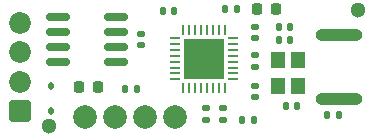
<source format=gts>
G04 #@! TF.GenerationSoftware,KiCad,Pcbnew,(7.0.0)*
G04 #@! TF.CreationDate,2024-05-20T10:49:13+02:00*
G04 #@! TF.ProjectId,TTS,5454532e-6b69-4636-9164-5f7063625858,rev?*
G04 #@! TF.SameCoordinates,PX2255100PY2ebae40*
G04 #@! TF.FileFunction,Soldermask,Top*
G04 #@! TF.FilePolarity,Negative*
%FSLAX46Y46*%
G04 Gerber Fmt 4.6, Leading zero omitted, Abs format (unit mm)*
G04 Created by KiCad (PCBNEW (7.0.0)) date 2024-05-20 10:49:13*
%MOMM*%
%LPD*%
G01*
G04 APERTURE LIST*
G04 Aperture macros list*
%AMRoundRect*
0 Rectangle with rounded corners*
0 $1 Rounding radius*
0 $2 $3 $4 $5 $6 $7 $8 $9 X,Y pos of 4 corners*
0 Add a 4 corners polygon primitive as box body*
4,1,4,$2,$3,$4,$5,$6,$7,$8,$9,$2,$3,0*
0 Add four circle primitives for the rounded corners*
1,1,$1+$1,$2,$3*
1,1,$1+$1,$4,$5*
1,1,$1+$1,$6,$7*
1,1,$1+$1,$8,$9*
0 Add four rect primitives between the rounded corners*
20,1,$1+$1,$2,$3,$4,$5,0*
20,1,$1+$1,$4,$5,$6,$7,0*
20,1,$1+$1,$6,$7,$8,$9,0*
20,1,$1+$1,$8,$9,$2,$3,0*%
G04 Aperture macros list end*
%ADD10C,2.000000*%
%ADD11C,1.300000*%
%ADD12RoundRect,0.135000X0.185000X-0.135000X0.185000X0.135000X-0.185000X0.135000X-0.185000X-0.135000X0*%
%ADD13RoundRect,0.140000X0.170000X-0.140000X0.170000X0.140000X-0.170000X0.140000X-0.170000X-0.140000X0*%
%ADD14RoundRect,0.140000X0.140000X0.170000X-0.140000X0.170000X-0.140000X-0.170000X0.140000X-0.170000X0*%
%ADD15RoundRect,0.150000X0.825000X0.150000X-0.825000X0.150000X-0.825000X-0.150000X0.825000X-0.150000X0*%
%ADD16O,4.000000X1.000000*%
%ADD17RoundRect,0.062500X0.375000X0.062500X-0.375000X0.062500X-0.375000X-0.062500X0.375000X-0.062500X0*%
%ADD18RoundRect,0.062500X0.062500X0.375000X-0.062500X0.375000X-0.062500X-0.375000X0.062500X-0.375000X0*%
%ADD19R,3.450000X3.450000*%
%ADD20RoundRect,0.250000X0.675000X-0.675000X0.675000X0.675000X-0.675000X0.675000X-0.675000X-0.675000X0*%
%ADD21C,1.850000*%
%ADD22RoundRect,0.140000X-0.170000X0.140000X-0.170000X-0.140000X0.170000X-0.140000X0.170000X0.140000X0*%
%ADD23RoundRect,0.135000X0.135000X0.185000X-0.135000X0.185000X-0.135000X-0.185000X0.135000X-0.185000X0*%
%ADD24RoundRect,0.140000X-0.140000X-0.170000X0.140000X-0.170000X0.140000X0.170000X-0.140000X0.170000X0*%
%ADD25RoundRect,0.112500X-0.112500X0.187500X-0.112500X-0.187500X0.112500X-0.187500X0.112500X0.187500X0*%
%ADD26RoundRect,0.135000X-0.185000X0.135000X-0.185000X-0.135000X0.185000X-0.135000X0.185000X0.135000X0*%
%ADD27RoundRect,0.225000X-0.225000X-0.250000X0.225000X-0.250000X0.225000X0.250000X-0.225000X0.250000X0*%
%ADD28RoundRect,0.218750X0.218750X0.256250X-0.218750X0.256250X-0.218750X-0.256250X0.218750X-0.256250X0*%
%ADD29RoundRect,0.135000X-0.135000X-0.185000X0.135000X-0.185000X0.135000X0.185000X-0.135000X0.185000X0*%
%ADD30R,1.200000X1.400000*%
G04 APERTURE END LIST*
D10*
X15110000Y1750000D03*
X12570000Y1750000D03*
X10030000Y1750000D03*
X7490000Y1750000D03*
D11*
X4500000Y1000000D03*
X30600000Y10800000D03*
D12*
X19200000Y1490000D03*
X19200000Y2510000D03*
D13*
X21900000Y8420000D03*
X21900000Y9380000D03*
D14*
X15080000Y10700000D03*
X14120000Y10700000D03*
D15*
X10175000Y6395000D03*
X10175000Y7665000D03*
X10175000Y8935000D03*
X10175000Y10205000D03*
X5225000Y10205000D03*
X5225000Y8935000D03*
X5225000Y7665000D03*
X5225000Y6395000D03*
D16*
X28999999Y8699999D03*
X28999999Y3299999D03*
D14*
X28980000Y1900000D03*
X28020000Y1900000D03*
D17*
X20037500Y4950000D03*
X20037500Y5450000D03*
X20037500Y5950000D03*
X20037500Y6450000D03*
X20037500Y6950000D03*
X20037500Y7450000D03*
X20037500Y7950000D03*
X20037500Y8450000D03*
D18*
X19350000Y9137500D03*
X18850000Y9137500D03*
X18350000Y9137500D03*
X17850000Y9137500D03*
X17350000Y9137500D03*
X16850000Y9137500D03*
X16350000Y9137500D03*
X15850000Y9137500D03*
D17*
X15162500Y8450000D03*
X15162500Y7950000D03*
X15162500Y7450000D03*
X15162500Y6950000D03*
X15162500Y6450000D03*
X15162500Y5950000D03*
X15162500Y5450000D03*
X15162500Y4950000D03*
D18*
X15850000Y4262500D03*
X16350000Y4262500D03*
X16850000Y4262500D03*
X17350000Y4262500D03*
X17850000Y4262500D03*
X18350000Y4262500D03*
X18850000Y4262500D03*
X19350000Y4262500D03*
D19*
X17599999Y6699999D03*
D20*
X2000000Y2250000D03*
D21*
X2000000Y4750000D03*
X2000000Y7250000D03*
X2000000Y9750000D03*
D14*
X23920000Y9400000D03*
X24880000Y9400000D03*
D22*
X12300000Y8780000D03*
X12300000Y7820000D03*
D23*
X11910000Y4100000D03*
X10890000Y4100000D03*
D12*
X17800000Y1490000D03*
X17800000Y2510000D03*
D24*
X24520000Y2700000D03*
X25480000Y2700000D03*
X23920000Y8300000D03*
X24880000Y8300000D03*
D25*
X4600000Y2250000D03*
X4600000Y4350000D03*
D26*
X21900000Y7010000D03*
X21900000Y5990000D03*
D27*
X7025000Y4300000D03*
X8575000Y4300000D03*
D28*
X23687500Y10900000D03*
X22112500Y10900000D03*
D29*
X20790000Y1500000D03*
X21810000Y1500000D03*
X19390000Y10900000D03*
X20410000Y10900000D03*
D22*
X21900000Y4380000D03*
X21900000Y3420000D03*
D30*
X23849999Y6599999D03*
X23849999Y4399999D03*
X25549999Y4399999D03*
X25549999Y6599999D03*
M02*

</source>
